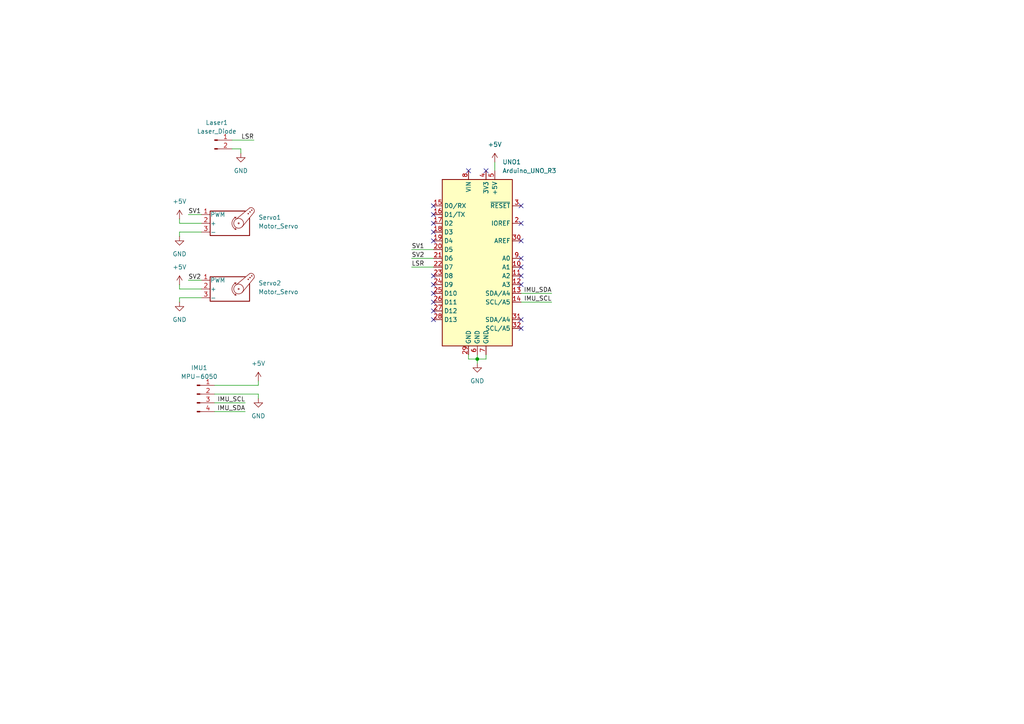
<source format=kicad_sch>
(kicad_sch (version 20231120) (generator "eeschema") (generator_version "8.0")
  (paper "A4")
  (lib_symbols
    (symbol "Connector:Conn_01x02_Pin" (pin_names (offset 1.016) hide)
      (property "Reference" "J" (at 0 2.54 0))
      (property "Value" "Conn_01x02_Pin" (at 0 -5.08 0))
      (symbol "Conn_01x02_Pin_1_1"
        (polyline (pts (xy 1.27 -2.54) (xy 0.8636 -2.54)) (stroke (width 0.1524)))
        (polyline (pts (xy 1.27 0) (xy 0.8636 0)) (stroke (width 0.1524)))
        (rectangle (start 0.8636 -2.413) (end 0 -2.667) (stroke (width 0.1524)) (fill (type outline)))
        (rectangle (start 0.8636 0.127) (end 0 -0.127) (stroke (width 0.1524)) (fill (type outline)))
        (pin passive line (at 5.08 0 180) (length 3.81) (name "Pin_1") (number "1"))
        (pin passive line (at 5.08 -2.54 180) (length 3.81) (name "Pin_2") (number "2"))
      )
    )
    (symbol "Connector:Conn_01x04_Male" (pin_names (offset 1.016) hide)
      (property "Reference" "J" (at 0 5.08 0))
      (property "Value" "Conn_01x04_Male" (at 0 -7.62 0))
      (symbol "Conn_01x04_Male_1_1"
        (polyline (pts (xy 1.27 -5.08) (xy 0.8636 -5.08)) (stroke (width 0.1524)))
        (polyline (pts (xy 1.27 -2.54) (xy 0.8636 -2.54)) (stroke (width 0.1524)))
        (polyline (pts (xy 1.27 0) (xy 0.8636 0)) (stroke (width 0.1524)))
        (polyline (pts (xy 1.27 2.54) (xy 0.8636 2.54)) (stroke (width 0.1524)))
        (rectangle (start 0.8636 -4.953) (end 0 -5.207) (stroke (width 0.1524)) (fill (type outline)))
        (rectangle (start 0.8636 -2.413) (end 0 -2.667) (stroke (width 0.1524)) (fill (type outline)))
        (rectangle (start 0.8636 0.127) (end 0 -0.127) (stroke (width 0.1524)) (fill (type outline)))
        (rectangle (start 0.8636 2.667) (end 0 2.413) (stroke (width 0.1524)) (fill (type outline)))
        (pin passive line (at 5.08 2.54 180) (length 3.81) (name "Pin_1") (number "1"))
        (pin passive line (at 5.08 0 180) (length 3.81) (name "Pin_2") (number "2"))
        (pin passive line (at 5.08 -2.54 180) (length 3.81) (name "Pin_3") (number "3"))
        (pin passive line (at 5.08 -5.08 180) (length 3.81) (name "Pin_4") (number "4"))
      )
    )
    (symbol "MCU_Module:Arduino_UNO_R3"
      (property "Reference" "A" (at -10.16 23.495 0))
      (property "Value" "Arduino_UNO_R3" (at 5.08 -26.67 0))
      (symbol "Arduino_UNO_R3_0_1"
        (rectangle (start -10.16 22.86) (end 10.16 -25.4) (stroke (width 0.254)) (fill (type background)))
      )
      (symbol "Arduino_UNO_R3_1_1"
        (pin no_connect line (at -10.16 -20.32 0) (length 2.54) hide (name "NC") (number "1"))
        (pin bidirectional line (at 12.7 -2.54 180) (length 2.54) (name "A1") (number "10"))
        (pin bidirectional line (at 12.7 -5.08 180) (length 2.54) (name "A2") (number "11"))
        (pin bidirectional line (at 12.7 -7.62 180) (length 2.54) (name "A3") (number "12"))
        (pin bidirectional line (at 12.7 -10.16 180) (length 2.54) (name "SDA/A4") (number "13"))
        (pin bidirectional line (at 12.7 -12.7 180) (length 2.54) (name "SCL/A5") (number "14"))
        (pin bidirectional line (at -12.7 15.24 0) (length 2.54) (name "D0/RX") (number "15"))
        (pin bidirectional line (at -12.7 12.7 0) (length 2.54) (name "D1/TX") (number "16"))
        (pin bidirectional line (at -12.7 10.16 0) (length 2.54) (name "D2") (number "17"))
        (pin bidirectional line (at -12.7 7.62 0) (length 2.54) (name "D3") (number "18"))
        (pin bidirectional line (at -12.7 5.08 0) (length 2.54) (name "D4") (number "19"))
        (pin output line (at 12.7 10.16 180) (length 2.54) (name "IOREF") (number "2"))
        (pin bidirectional line (at -12.7 2.54 0) (length 2.54) (name "D5") (number "20"))
        (pin bidirectional line (at -12.7 0 0) (length 2.54) (name "D6") (number "21"))
        (pin bidirectional line (at -12.7 -2.54 0) (length 2.54) (name "D7") (number "22"))
        (pin bidirectional line (at -12.7 -5.08 0) (length 2.54) (name "D8") (number "23"))
        (pin bidirectional line (at -12.7 -7.62 0) (length 2.54) (name "D9") (number "24"))
        (pin bidirectional line (at -12.7 -10.16 0) (length 2.54) (name "D10") (number "25"))
        (pin bidirectional line (at -12.7 -12.7 0) (length 2.54) (name "D11") (number "26"))
        (pin bidirectional line (at -12.7 -15.24 0) (length 2.54) (name "D12") (number "27"))
        (pin bidirectional line (at -12.7 -17.78 0) (length 2.54) (name "D13") (number "28"))
        (pin power_in line (at -2.54 -27.94 90) (length 2.54) (name "GND") (number "29"))
        (pin input line (at 12.7 15.24 180) (length 2.54) (name "~{RESET}") (number "3"))
        (pin input line (at 12.7 5.08 180) (length 2.54) (name "AREF") (number "30"))
        (pin bidirectional line (at 12.7 -17.78 180) (length 2.54) (name "SDA/A4") (number "31"))
        (pin bidirectional line (at 12.7 -20.32 180) (length 2.54) (name "SCL/A5") (number "32"))
        (pin power_out line (at 2.54 25.4 270) (length 2.54) (name "3V3") (number "4"))
        (pin power_out line (at 5.08 25.4 270) (length 2.54) (name "+5V") (number "5"))
        (pin power_in line (at 0 -27.94 90) (length 2.54) (name "GND") (number "6"))
        (pin power_in line (at 2.54 -27.94 90) (length 2.54) (name "GND") (number "7"))
        (pin power_in line (at -2.54 25.4 270) (length 2.54) (name "VIN") (number "8"))
        (pin bidirectional line (at 12.7 0 180) (length 2.54) (name "A0") (number "9"))
      )
    )
    (symbol "Motor:Motor_Servo" (pin_names (offset 0.0254))
      (property "Reference" "M" (at -5.08 4.445 0))
      (property "Value" "Motor_Servo" (at -5.08 -4.064 0))
      (symbol "Motor_Servo_0_1"
        (polyline (pts (xy 2.413 -1.778) (xy 2.032 -1.778)))
        (polyline (pts (xy 2.413 -1.778) (xy 2.286 -1.397)))
        (polyline (pts (xy 2.413 1.778) (xy 1.905 1.778)))
        (polyline (pts (xy 2.413 1.778) (xy 2.286 1.397)))
        (polyline (pts (xy 6.35 4.445) (xy 2.54 1.27)))
        (polyline (pts (xy 7.62 3.175) (xy 4.191 -1.016)))
        (polyline (pts (xy 5.08 3.556) (xy -5.08 3.556) (xy -5.08 -3.556) (xy 6.35 -3.556) (xy 6.35 1.524)) (stroke (width 0.254)))
        (arc (start 2.413 1.778) (mid 1.2406 0) (end 2.413 -1.778))
        (circle (center 3.175 0) (radius 0.1778))
        (circle (center 3.175 0) (radius 1.4224))
        (circle (center 5.969 2.794) (radius 0.127))
        (circle (center 6.477 3.302) (radius 0.127))
        (circle (center 6.985 3.81) (radius 0.127))
        (arc (start 7.62 3.175) (mid 7.4485 4.2735) (end 6.35 4.445))
      )
      (symbol "Motor_Servo_1_1"
        (pin passive line (at -7.62 2.54 0) (length 2.54) (name "PWM") (number "1"))
        (pin passive line (at -7.62 0 0) (length 2.54) (name "+") (number "2"))
        (pin passive line (at -7.62 -2.54 0) (length 2.54) (name "-") (number "3"))
      )
    )
    (symbol "power:+5V" (power) (pin_numbers hide) (pin_names (offset 0) hide)
      (property "Value" "+5V" (at 0 3.556 0))
      (symbol "+5V_0_1"
        (polyline (pts (xy -0.762 1.27) (xy 0 2.54)))
        (polyline (pts (xy 0 0) (xy 0 2.54)))
        (polyline (pts (xy 0 2.54) (xy 0.762 1.27)))
      )
      (symbol "+5V_1_1"
        (pin power_in line (at 0 0 90) (length 0) (name "~") (number "1"))
      )
    )
    (symbol "power:GND" (power) (pin_numbers hide) (pin_names (offset 0) hide)
      (property "Value" "GND" (at 0 -3.81 0))
      (symbol "GND_0_1"
        (polyline (pts (xy 0 0) (xy 0 -1.27) (xy 1.27 -1.27) (xy 0 -2.54) (xy -1.27 -1.27) (xy 0 -1.27)))
      )
      (symbol "GND_1_1"
        (pin power_in line (at 0 0 270) (length 0) (name "~") (number "1"))
      )
    )
  )
  (junction (at 138.43 104.14))
  (no_connect (at 125.73 82.55))
  (no_connect (at 125.73 87.63))
  (no_connect (at 135.89 49.53))
  (no_connect (at 151.13 77.47))
  (no_connect (at 125.73 69.85))
  (no_connect (at 151.13 64.77))
  (no_connect (at 151.13 92.71))
  (no_connect (at 125.73 90.17))
  (no_connect (at 125.73 62.23))
  (no_connect (at 151.13 95.25))
  (no_connect (at 125.73 59.69))
  (no_connect (at 125.73 80.01))
  (no_connect (at 151.13 80.01))
  (no_connect (at 125.73 85.09))
  (no_connect (at 151.13 69.85))
  (no_connect (at 125.73 92.71))
  (no_connect (at 151.13 74.93))
  (no_connect (at 151.13 82.55))
  (no_connect (at 125.73 64.77))
  (no_connect (at 151.13 59.69))
  (no_connect (at 125.73 67.31))
  (no_connect (at 140.97 49.53))
  (wire (pts (xy 69.85 43.18) (xy 69.85 44.45)))
  (wire (pts (xy 135.89 104.14) (xy 138.43 104.14)))
  (wire (pts (xy 52.07 63.5) (xy 52.07 64.77)))
  (wire (pts (xy 62.23 116.84) (xy 71.12 116.84)))
  (wire (pts (xy 119.38 74.93) (xy 125.73 74.93)))
  (wire (pts (xy 67.31 43.18) (xy 69.85 43.18)))
  (wire (pts (xy 58.42 86.36) (xy 52.07 86.36)))
  (wire (pts (xy 74.93 114.3) (xy 74.93 115.57)))
  (wire (pts (xy 119.38 72.39) (xy 125.73 72.39)))
  (wire (pts (xy 62.23 114.3) (xy 74.93 114.3)))
  (wire (pts (xy 119.38 77.47) (xy 125.73 77.47)))
  (wire (pts (xy 140.97 104.14) (xy 138.43 104.14)))
  (wire (pts (xy 151.13 87.63) (xy 160.02 87.63)))
  (wire (pts (xy 67.31 40.64) (xy 73.66 40.64)))
  (wire (pts (xy 62.23 119.38) (xy 71.12 119.38)))
  (wire (pts (xy 138.43 102.87) (xy 138.43 104.14)))
  (wire (pts (xy 52.07 83.82) (xy 58.42 83.82)))
  (wire (pts (xy 52.07 67.31) (xy 58.42 67.31)))
  (wire (pts (xy 143.51 46.99) (xy 143.51 49.53)))
  (wire (pts (xy 74.93 111.76) (xy 74.93 110.49)))
  (wire (pts (xy 135.89 102.87) (xy 135.89 104.14)))
  (wire (pts (xy 151.13 85.09) (xy 160.02 85.09)))
  (wire (pts (xy 52.07 86.36) (xy 52.07 87.63)))
  (wire (pts (xy 52.07 64.77) (xy 58.42 64.77)))
  (wire (pts (xy 54.61 81.28) (xy 58.42 81.28)))
  (wire (pts (xy 52.07 68.58) (xy 52.07 67.31)))
  (wire (pts (xy 138.43 104.14) (xy 138.43 105.41)))
  (wire (pts (xy 140.97 102.87) (xy 140.97 104.14)))
  (wire (pts (xy 54.61 62.23) (xy 58.42 62.23)))
  (wire (pts (xy 62.23 111.76) (xy 74.93 111.76)))
  (wire (pts (xy 52.07 82.55) (xy 52.07 83.82)))
  (label "LSR" (at 73.66 40.64 180))
  (label "SV2" (at 119.38 74.93 0))
  (label "SV1" (at 119.38 72.39 0))
  (label "IMU_SCL" (at 71.12 116.84 180))
  (label "IMU_SDA" (at 160.02 85.09 180))
  (label "LSR" (at 119.38 77.47 0))
  (label "IMU_SCL" (at 160.02 87.63 180))
  (label "SV1" (at 54.61 62.23 0))
  (label "SV2" (at 54.61 81.28 0))
  (label "IMU_SDA" (at 71.12 119.38 180))
  (symbol (lib_id "Connector:Conn_01x02_Pin") (at 62.23 40.64 0) (unit 1)
    (property "Reference" "Laser1" (at 62.865 35.56 0))
    (property "Value" "Laser_Diode" (at 62.865 38.1 0))
    (property "Footprint" "Connector_Wire:SolderWire-0.5sqmm_1x02_P4.6mm_D0.9mm_OD2.1mm_Relief" (effects (hide yes)))
    (property "Description" "Generic connector, single row, 01x02, script generated" (effects (hide yes)))
  )
  (symbol (lib_id "power:+5V") (at 143.51 46.99 0) (unit 1)
    (property "Reference" "#PWR012" (effects (hide yes)))
    (property "Value" "+5V" (at 143.51 41.91 0))
    (property "Description" "Power symbol creates a global label with name \"+5V\"" (effects (hide yes)))
  )
  (symbol (lib_id "Motor:Motor_Servo") (at 66.04 64.77 0) (unit 1)
    (property "Reference" "Servo1" (at 74.93 63.0665 0) (effects (justify left)))
    (property "Value" "Motor_Servo" (at 74.93 65.6065 0) (effects (justify left)))
    (property "Footprint" "Connector_PinHeader_2.54mm:PinHeader_1x03_P2.54mm_Vertical" (effects (hide yes)))
    (property "Datasheet" "http://forums.parallax.com/uploads/attachments/46831/74481.png" (effects (hide yes)))
    (property "Description" "Servo Motor (Futaba, HiTec, JR connector)" (effects (hide yes)))
  )
  (symbol (lib_id "Connector:Conn_01x04_Male") (at 57.15 114.3 0) (unit 1)
    (property "Reference" "IMU1" (at 57.785 106.68 0))
    (property "Value" "MPU-6050" (at 57.785 109.22 0))
    (property "Footprint" "Connector_PinSocket_2.54mm:PinSocket_1x04_P2.54mm_Vertical" (effects (hide yes)))
    (property "Description" "Generic connector, single row, 01x04, script generated (kicad-library-utils/schlib/autogen/connector/)" (effects (hide yes)))
  )
  (symbol (lib_id "power:GND") (at 69.85 44.45 0) (unit 1)
    (property "Reference" "#PWR05" (effects (hide yes)))
    (property "Value" "GND" (at 69.85 49.53 0))
    (property "Description" "Power symbol creates a global label with name \"GND\" , ground" (effects (hide yes)))
  )
  (symbol (lib_id "power:+5V") (at 74.93 110.49 0) (unit 1)
    (property "Reference" "#PWR08" (effects (hide yes)))
    (property "Value" "+5V" (at 74.93 105.41 0))
    (property "Description" "Power symbol creates a global label with name \"+5V\"" (effects (hide yes)))
  )
  (symbol (lib_id "power:GND") (at 52.07 68.58 0) (unit 1)
    (property "Reference" "#PWR02" (effects (hide yes)))
    (property "Value" "GND" (at 52.07 73.66 0))
    (property "Description" "Power symbol creates a global label with name \"GND\" , ground" (effects (hide yes)))
  )
  (symbol (lib_id "power:+5V") (at 52.07 63.5 0) (unit 1)
    (property "Reference" "#PWR01" (effects (hide yes)))
    (property "Value" "+5V" (at 52.07 58.42 0))
    (property "Description" "Power symbol creates a global label with name \"+5V\"" (effects (hide yes)))
  )
  (symbol (lib_id "Motor:Motor_Servo") (at 66.04 83.82 0) (unit 1)
    (property "Reference" "Servo2" (at 74.93 82.1165 0) (effects (justify left)))
    (property "Value" "Motor_Servo" (at 74.93 84.6565 0) (effects (justify left)))
    (property "Footprint" "Connector_PinHeader_2.54mm:PinHeader_1x03_P2.54mm_Vertical" (effects (hide yes)))
    (property "Datasheet" "http://forums.parallax.com/uploads/attachments/46831/74481.png" (effects (hide yes)))
    (property "Description" "Servo Motor (Futaba, HiTec, JR connector)" (effects (hide yes)))
  )
  (symbol (lib_id "power:GND") (at 74.93 115.57 0) (unit 1)
    (property "Reference" "#PWR09" (effects (hide yes)))
    (property "Value" "GND" (at 74.93 120.65 0))
    (property "Description" "Power symbol creates a global label with name \"GND\" , ground" (effects (hide yes)))
  )
  (symbol (lib_id "MCU_Module:Arduino_UNO_R3") (at 138.43 74.93 0) (unit 1)
    (property "Reference" "UNO1" (at 145.7041 46.99 0) (effects (justify left)))
    (property "Value" "Arduino_UNO_R3" (at 145.7041 49.53 0) (effects (justify left)))
    (property "Footprint" "Module:Arduino_UNO_R3" (effects (hide yes)))
    (property "Datasheet" "https://www.arduino.cc/en/Main/arduinoBoardUno" (effects (hide yes)))
    (property "Description" "Arduino UNO Microcontroller Module, release 3" (effects (hide yes)))
  )
  (symbol (lib_id "power:GND") (at 52.07 87.63 0) (unit 1)
    (property "Reference" "#PWR04" (effects (hide yes)))
    (property "Value" "GND" (at 52.07 92.71 0))
    (property "Description" "Power symbol creates a global label with name \"GND\" , ground" (effects (hide yes)))
  )
  (symbol (lib_id "power:GND") (at 138.43 105.41 0) (unit 1)
    (property "Reference" "#PWR011" (effects (hide yes)))
    (property "Value" "GND" (at 138.43 110.49 0))
    (property "Description" "Power symbol creates a global label with name \"GND\" , ground" (effects (hide yes)))
  )
  (symbol (lib_id "power:+5V") (at 52.07 82.55 0) (unit 1)
    (property "Reference" "#PWR03" (effects (hide yes)))
    (property "Value" "+5V" (at 52.07 77.47 0))
    (property "Description" "Power symbol creates a global label with name \"+5V\"" (effects (hide yes)))
  )
)
</source>
